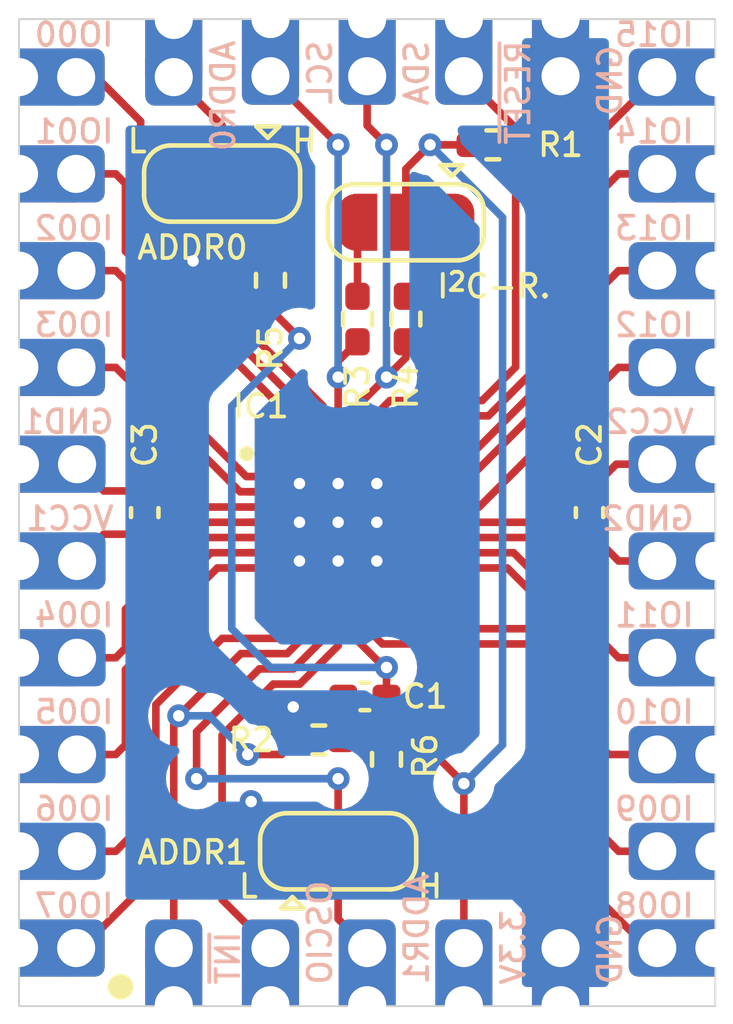
<source format=kicad_pcb>
(kicad_pcb (version 20240108) (generator "pcbnew") (generator_version "8.0")
  (layers (0 "F.Cu" signal) (31 "B.Cu" signal) (34 "B.Paste" user) (35 "F.Paste" user) (36 "B.SilkS" user "B.Silkscreen") (37 "F.SilkS" user "F.Silkscreen") (38 "B.Mask" user) (39 "F.Mask" user) (44 "Edge.Cuts" user))
  (net 0 "")
  (net 1 "/~{INT}")
  (net 2 "/GNDD2")
  (net 3 "/IO14")
  (net 4 "/VCC1")
  (net 5 "/IO4")
  (net 6 "/IO15")
  (net 7 "/GNDD1")
  (net 8 "/IO2")
  (net 9 "/SCL")
  (net 10 "/IO11")
  (net 11 "GNDD")
  (net 12 "/IO1")
  (net 13 "/IO5")
  (net 14 "/VCC2")
  (net 15 "/IO13")
  (net 16 "/IO10")
  (net 17 "/IO8")
  (net 18 "/IO12")
  (net 19 "/ADDR1")
  (net 20 "+3.3V")
  (net 21 "/~{RESET}")
  (net 22 "/IO3")
  (net 23 "/IO6")
  (net 24 "/IO7")
  (net 25 "/IO0")
  (net 26 "/IO9")
  (net 27 "/ADDR0")
  (net 28 "/SDA")
  (net 29 "/OSCIO")
  (net 30 "Net-(JP1-B)")
  (net 31 "Net-(JP1-A)")
  (net 32 "Net-(JP2-A)")
  (net 33 "Net-(JP3-B)")
  (footprint "Castellated_Holes:Castellated_Hole02" (layer "F.Cu") (at 96.52 79.756)
    (property "Reference" "J1" (hide yes))
    (property "Value" "~" (hide yes))
    (pad "1" thru_hole rect (at 0 0) (size 1.5 1.5) (drill 1 (offset 0.75 0)) (property pad_prop_castellated) (layers "*.Cu" "*.Mask") (net 25 "/IO0"))
    (pad "1" thru_hole roundrect (at 1.5 0) (size 1.5 1.5) (drill 1) (property pad_prop_castellated) (layers "*.Cu" "*.Mask") (roundrect_rratio 0.1666666667) (net 25 "/IO0"))
  )
  (footprint "Resistor_SMD:R_0402_1005Metric_Pad0.72x0.64mm_HandSolder" (layer "F.Cu") (at 106.68 86.106 90)
    (property "Reference" "R4" (at -1.778 0 -90) (layer "F.SilkS") (effects (font (size 0.6 0.6) (thickness 0.1) (bold yes))))
    (property "Value" "10k" (hide yes))
    (pad "1" smd roundrect (at -0.5975 0 90) (size 0.715 0.64) (layers "F.Cu" "F.Paste" "F.Mask") (net 28 "/SDA"))
    (pad "2" smd roundrect (at 0.5975 0 90) (size 0.715 0.64) (layers "F.Cu" "F.Paste" "F.Mask") (net 31 "Net-(JP1-A)"))
  )
  (footprint "Resistor_SMD:R_0402_1005Metric_Pad0.72x0.64mm_HandSolder" (layer "F.Cu") (at 105.41 86.106 90)
    (property "Reference" "R3" (at -1.778 0 -90) (layer "F.SilkS") (effects (font (size 0.6 0.6) (thickness 0.1) (bold yes))))
    (property "Value" "10k" (hide yes))
    (pad "1" smd roundrect (at -0.5975 0 90) (size 0.715 0.64) (layers "F.Cu" "F.Paste" "F.Mask") (net 9 "/SCL"))
    (pad "2" smd roundrect (at 0.5975 0 90) (size 0.715 0.64) (layers "F.Cu" "F.Paste" "F.Mask") (net 30 "Net-(JP1-B)"))
  )
  (footprint "Jumper:SolderJumper-3_P1.3mm_Open_RoundedPad1.0x1.5mm" (layer "F.Cu") (at 101.854 82.55 180)
    (property "Reference" "JP2" (hide yes))
    (property "Value" "SolderJumper_3_Open" (hide yes))
    (pad "1" smd custom (at -1.3 0 180) (size 1 0.5) (layers "F.Cu" "F.Mask") (net 32 "Net-(JP2-A)") (options (clearance outline) (anchor rect)) (primitives (gr_circle (center 0 0.25) (end 0.5 0.25) (width 0) (fill yes)) (gr_circle (center 0 -0.25) (end 0.5 -0.25) (width 0) (fill yes)) (gr_poly (pts (xy 0.55 0.75) (xy 0 0.75) (xy 0 -0.75) (xy 0.55 -0.75)) (width 0) (fill yes))))
    (pad "2" smd rect (at 0 0 180) (size 1 1.5) (layers "F.Cu" "F.Mask") (net 27 "/ADDR0"))
    (pad "3" smd custom (at 1.3 0 180) (size 1 0.5) (layers "F.Cu" "F.Mask") (net 11 "GNDD") (options (clearance outline) (anchor rect)) (primitives (gr_circle (center 0 0.25) (end 0.5 0.25) (width 0) (fill yes)) (gr_circle (center 0 -0.25) (end 0.5 -0.25) (width 0) (fill yes)) (gr_poly (pts (xy 0 0.75) (xy -0.55 0.75) (xy -0.55 -0.75) (xy 0 -0.75)) (width 0) (fill yes))))
  )
  (footprint "Castellated_Holes:Castellated_Hole02" (layer "F.Cu") (at 114.784 102.616 180)
    (property "Reference" "J9" (hide yes))
    (property "Value" "~" (hide yes))
    (pad "1" thru_hole rect (at 0 0 180) (size 1.5 1.5) (drill 1 (offset 0.75 0)) (property pad_prop_castellated) (layers "*.Cu" "*.Mask") (net 17 "/IO8"))
    (pad "1" thru_hole roundrect (at 1.5 0 180) (size 1.5 1.5) (drill 1) (property pad_prop_castellated) (layers "*.Cu" "*.Mask") (roundrect_rratio 0.1666666667) (net 17 "/IO8"))
  )
  (footprint "Resistor_SMD:R_0402_1005Metric_Pad0.72x0.64mm_HandSolder" (layer "F.Cu") (at 106.172 97.663 90)
    (property "Reference" "R6" (at 0.0895 1.016 -90) (layer "F.SilkS") (effects (font (size 0.6 0.6) (thickness 0.1) (bold yes))))
    (property "Value" "10k" (hide yes))
    (pad "1" smd roundrect (at -0.5975 0 90) (size 0.715 0.64) (layers "F.Cu" "F.Paste" "F.Mask") (net 33 "Net-(JP3-B)"))
    (pad "2" smd roundrect (at 0.5975 0 90) (size 0.715 0.64) (layers "F.Cu" "F.Paste" "F.Mask") (net 20 "+3.3V"))
  )
  (footprint "Castellated_Holes:Castellated_Hole02" (layer "F.Cu") (at 114.784 87.376 180)
    (property "Reference" "J13" (hide yes))
    (property "Value" "~" (hide yes))
    (pad "1" thru_hole rect (at 0 0 180) (size 1.5 1.5) (drill 1 (offset 0.75 0)) (property pad_prop_castellated) (layers "*.Cu" "*.Mask") (net 18 "/IO12"))
    (pad "1" thru_hole roundrect (at 1.5 0 180) (size 1.5 1.5) (drill 1) (property pad_prop_castellated) (layers "*.Cu" "*.Mask") (roundrect_rratio 0.1666666667) (net 18 "/IO12"))
  )
  (footprint "Castellated_Holes:Castellated_Hole02" (layer "F.Cu") (at 96.544 92.456)
    (property "Reference" "J17" (hide yes))
    (property "Value" "~" (hide yes))
    (pad "1" thru_hole rect (at 0 0) (size 1.5 1.5) (drill 1 (offset 0.75 0)) (property pad_prop_castellated) (layers "*.Cu" "*.Mask") (net 4 "/VCC1"))
    (pad "1" thru_hole roundrect (at 1.5 0) (size 1.5 1.5) (drill 1) (property pad_prop_castellated) (layers "*.Cu" "*.Mask") (roundrect_rratio 0.1666666667) (net 4 "/VCC1"))
  )
  (footprint "Castellated_Holes:Castellated_Hole02" (layer "F.Cu") (at 114.784 94.996 180)
    (property "Reference" "J12" (hide yes))
    (property "Value" "~" (hide yes))
    (pad "1" thru_hole rect (at 0 0 180) (size 1.5 1.5) (drill 1 (offset 0.75 0)) (property pad_prop_castellated) (layers "*.Cu" "*.Mask") (net 10 "/IO11"))
    (pad "1" thru_hole roundrect (at 1.5 0 180) (size 1.5 1.5) (drill 1) (property pad_prop_castellated) (layers "*.Cu" "*.Mask") (roundrect_rratio 0.1666666667) (net 10 "/IO11"))
  )
  (footprint "Castellated_Holes:Castellated_Hole02" (layer "F.Cu") (at 114.784 97.536 180)
    (property "Reference" "J11" (hide yes))
    (property "Value" "~" (hide yes))
    (pad "1" thru_hole rect (at 0 0 180) (size 1.5 1.5) (drill 1 (offset 0.75 0)) (property pad_prop_castellated) (layers "*.Cu" "*.Mask") (net 16 "/IO10"))
    (pad "1" thru_hole roundrect (at 1.5 0 180) (size 1.5 1.5) (drill 1) (property pad_prop_castellated) (layers "*.Cu" "*.Mask") (roundrect_rratio 0.1666666667) (net 16 "/IO10"))
  )
  (footprint "Castellated_Holes:Castellated_Hole02" (layer "F.Cu") (at 96.544 94.996)
    (property "Reference" "J5" (hide yes))
    (property "Value" "~" (hide yes))
    (pad "1" thru_hole rect (at 0 0) (size 1.5 1.5) (drill 1 (offset 0.75 0)) (property pad_prop_castellated) (layers "*.Cu" "*.Mask") (net 5 "/IO4"))
    (pad "1" thru_hole roundrect (at 1.5 0) (size 1.5 1.5) (drill 1) (property pad_prop_castellated) (layers "*.Cu" "*.Mask") (roundrect_rratio 0.1666666667) (net 5 "/IO4"))
  )
  (footprint "Castellated_Holes:Castellated_Hole02" (layer "F.Cu") (at 110.744 78.232 -90)
    (property "Reference" "J30" (hide yes))
    (property "Value" "~" (hide yes))
    (pad "1" thru_hole rect (at 0 0 270) (size 1.5 1.5) (drill 1 (offset 0.75 0)) (property pad_prop_castellated) (layers "*.Cu" "*.Mask") (net 11 "GNDD"))
    (pad "1" thru_hole roundrect (at 1.5 0 270) (size 1.5 1.5) (drill 1) (property pad_prop_castellated) (layers "*.Cu" "*.Mask") (roundrect_rratio 0.1666666667) (net 11 "GNDD"))
  )
  (footprint "Castellated_Holes:Castellated_Hole02" (layer "F.Cu") (at 108.204 104.116 90)
    (property "Reference" "J21" (hide yes))
    (property "Value" "~" (hide yes))
    (pad "1" thru_hole rect (at 0 0 90) (size 1.5 1.5) (drill 1 (offset 0.75 0)) (property pad_prop_castellated) (layers "*.Cu" "*.Mask") (net 20 "+3.3V"))
    (pad "1" thru_hole roundrect (at 1.5 0 90) (size 1.5 1.5) (drill 1) (property pad_prop_castellated) (layers "*.Cu" "*.Mask") (roundrect_rratio 0.1666666667) (net 20 "+3.3V"))
  )
  (footprint "Castellated_Holes:Castellated_Hole02" (layer "F.Cu") (at 96.544 100.076)
    (property "Reference" "J7" (hide yes))
    (property "Value" "~" (hide yes))
    (pad "1" thru_hole rect (at 0 0) (size 1.5 1.5) (drill 1 (offset 0.75 0)) (property pad_prop_castellated) (layers "*.Cu" "*.Mask") (net 23 "/IO6"))
    (pad "1" thru_hole roundrect (at 1.5 0) (size 1.5 1.5) (drill 1) (property pad_prop_castellated) (layers "*.Cu" "*.Mask") (roundrect_rratio 0.1666666667) (net 23 "/IO6"))
  )
  (footprint "Castellated_Holes:Castellated_Hole02" (layer "F.Cu") (at 114.784 82.296 180)
    (property "Reference" "J15" (hide yes))
    (property "Value" "~" (hide yes))
    (pad "1" thru_hole rect (at 0 0 180) (size 1.5 1.5) (drill 1 (offset 0.75 0)) (property pad_prop_castellated) (layers "*.Cu" "*.Mask") (net 3 "/IO14"))
    (pad "1" thru_hole roundrect (at 1.5 0 180) (size 1.5 1.5) (drill 1) (property pad_prop_castellated) (layers "*.Cu" "*.Mask") (roundrect_rratio 0.1666666667) (net 3 "/IO14"))
  )
  (footprint "Castellated_Holes:Castellated_Hole02" (layer "F.Cu") (at 96.544 89.916)
    (property "Reference" "J18" (hide yes))
    (property "Value" "~" (hide yes))
    (pad "1" thru_hole rect (at 0 0) (size 1.5 1.5) (drill 1 (offset 0.75 0)) (property pad_prop_castellated) (layers "*.Cu" "*.Mask") (net 7 "/GNDD1"))
    (pad "1" thru_hole roundrect (at 1.5 0) (size 1.5 1.5) (drill 1) (property pad_prop_castellated) (layers "*.Cu" "*.Mask") (roundrect_rratio 0.1666666667) (net 7 "/GNDD1"))
  )
  (footprint "Castellated_Holes:Castellated_Hole02" (layer "F.Cu") (at 105.664 104.116 90)
    (property "Reference" "J24" (hide yes))
    (property "Value" "~" (hide yes))
    (pad "1" thru_hole rect (at 0 0 90) (size 1.5 1.5) (drill 1 (offset 0.75 0)) (property pad_prop_castellated) (layers "*.Cu" "*.Mask") (net 19 "/ADDR1"))
    (pad "1" thru_hole roundrect (at 1.5 0 90) (size 1.5 1.5) (drill 1) (property pad_prop_castellated) (layers "*.Cu" "*.Mask") (roundrect_rratio 0.1666666667) (net 19 "/ADDR1"))
  )
  (footprint "Castellated_Holes:Castellated_Hole02" (layer "F.Cu") (at 108.204 78.232 -90)
    (property "Reference" "J26" (hide yes))
    (property "Value" "~" (hide yes))
    (pad "1" thru_hole rect (at 0 0 270) (size 1.5 1.5) (drill 1 (offset 0.75 0)) (property pad_prop_castellated) (layers "*.Cu" "*.Mask") (net 21 "/~{RESET}"))
    (pad "1" thru_hole roundrect (at 1.5 0 270) (size 1.5 1.5) (drill 1) (property pad_prop_castellated) (layers "*.Cu" "*.Mask") (roundrect_rratio 0.1666666667) (net 21 "/~{RESET}"))
  )
  (footprint "Castellated_Holes:Castellated_Hole02" (layer "F.Cu") (at 110.744 104.116 90)
    (property "Reference" "J22" (hide yes))
    (property "Value" "~" (hide yes))
    (pad "1" thru_hole rect (at 0 0 90) (size 1.5 1.5) (drill 1 (offset 0.75 0)) (property pad_prop_castellated) (layers "*.Cu" "*.Mask") (net 11 "GNDD"))
    (pad "1" thru_hole roundrect (at 1.5 0 90) (size 1.5 1.5) (drill 1) (property pad_prop_castellated) (layers "*.Cu" "*.Mask") (roundrect_rratio 0.1666666667) (net 11 "GNDD"))
  )
  (footprint "library:QFN40P400X400X60-29N-D" (layer "F.Cu") (at 104.902 91.44)
    (property "Reference" "IC1" (at -2.032 -3.048 0) (layer "F.SilkS") (effects (font (size 0.6 0.6) (thickness 0.1) (bold yes))))
    (property "Value" "SX1509QBIULTRT" (hide yes))
    (pad "1" smd rect (at -2 -1.2 90) (size 0.2 0.8) (layers "F.Cu" "F.Paste" "F.Mask") (net 8 "/IO2"))
    (pad "2" smd rect (at -2 -0.8 90) (size 0.2 0.8) (layers "F.Cu" "F.Paste" "F.Mask") (net 22 "/IO3"))
    (pad "3" smd rect (at -2 -0.4 90) (size 0.2 0.8) (layers "F.Cu" "F.Paste" "F.Mask") (net 7 "/GNDD1"))
    (pad "4" smd rect (at -2 0 90) (size 0.2 0.8) (layers "F.Cu" "F.Paste" "F.Mask") (net 4 "/VCC1"))
    (pad "5" smd rect (at -2 0.4 90) (size 0.2 0.8) (layers "F.Cu" "F.Paste" "F.Mask") (net 5 "/IO4"))
    (pad "6" smd rect (at -2 0.8 90) (size 0.2 0.8) (layers "F.Cu" "F.Paste" "F.Mask") (net 13 "/IO5"))
    (pad "7" smd rect (at -2 1.2 90) (size 0.2 0.8) (layers "F.Cu" "F.Paste" "F.Mask") (net 23 "/IO6"))
    (pad "8" smd rect (at -1.2 2) (size 0.2 0.8) (layers "F.Cu" "F.Paste" "F.Mask") (net 24 "/IO7"))
    (pad "9" smd rect (at -0.8 2) (size 0.2 0.8) (layers "F.Cu" "F.Paste" "F.Mask") (net 1 "/~{INT}"))
    (pad "10" smd rect (at -0.4 2) (size 0.2 0.8) (layers "F.Cu" "F.Paste" "F.Mask") (net 19 "/ADDR1"))
    (pad "11" smd rect (at 0 2) (size 0.2 0.8) (layers "F.Cu" "F.Paste" "F.Mask") (net 29 "/OSCIO"))
    (pad "12" smd rect (at 0.4 2) (size 0.2 0.8) (layers "F.Cu" "F.Paste" "F.Mask") (net 20 "+3.3V"))
    (pad "13" smd rect (at 0.8 2) (size 0.2 0.8) (layers "F.Cu" "F.Paste" "F.Mask") (net 17 "/IO8"))
    (pad "14" smd rect (at 1.2 2) (size 0.2 0.8) (layers "F.Cu" "F.Paste" "F.Mask") (net 26 "/IO9"))
    (pad "15" smd rect (at 2 1.2 90) (size 0.2 0.8) (layers "F.Cu" "F.Paste" "F.Mask") (net 16 "/IO10"))
    (pad "16" smd rect (at 2 0.8 90) (size 0.2 0.8) (layers "F.Cu" "F.Paste" "F.Mask") (net 10 "/IO11"))
    (pad "17" smd rect (at 2 0.4 90) (size 0.2 0.8) (layers "F.Cu" "F.Paste" "F.Mask") (net 2 "/GNDD2"))
    (pad "18" smd rect (at 2 0 90) (size 0.2 0.8) (layers "F.Cu" "F.Paste" "F.Mask") (net 14 "/VCC2"))
    (pad "19" smd rect (at 2 -0.4 90) (size 0.2 0.8) (layers "F.Cu" "F.Paste" "F.Mask") (net 18 "/IO12"))
    (pad "20" smd rect (at 2 -0.8 90) (size 0.2 0.8) (layers "F.Cu" "F.Paste" "F.Mask") (net 15 "/IO13"))
    (pad "21" smd rect (at 2 -1.2 90) (size 0.2 0.8) (layers "F.Cu" "F.Paste" "F.Mask") (net 3 "/IO14"))
    (pad "22" smd rect (at 1.2 -2) (size 0.2 0.8) (layers "F.Cu" "F.Paste" "F.Mask") (net 6 "/IO15"))
    (pad "23" smd rect (at 0.8 -2) (size 0.2 0.8) (layers "F.Cu" "F.Paste" "F.Mask") (net 21 "/~{RESET}"))
    (pad "24" smd rect (at 0.4 -2) (size 0.2 0.8) (layers "F.Cu" "F.Paste" "F.Mask") (net 28 "/SDA"))
    (pad "25" smd rect (at 0 -2) (size 0.2 0.8) (layers "F.Cu" "F.Paste" "F.Mask") (net 9 "/SCL"))
    (pad "26" smd rect (at -0.4 -2) (size 0.2 0.8) (layers "F.Cu" "F.Paste" "F.Mask") (net 27 "/ADDR0"))
    (pad "27" smd rect (at -0.8 -2) (size 0.2 0.8) (layers "F.Cu" "F.Paste" "F.Mask") (net 25 "/IO0"))
    (pad "28" smd rect (at -1.2 -2) (size 0.2 0.8) (layers "F.Cu" "F.Paste" "F.Mask") (net 12 "/IO1"))
    (pad "29" smd rect (at 0 0) (size 2.75 2.75) (layers "F.Cu" "F.Paste" "F.Mask") (net 11 "GNDD"))
  )
  (footprint "Castellated_Holes:Castellated_Hole02" (layer "F.Cu") (at 96.528 87.376)
    (property "Reference" "J4" (hide yes))
    (property "Value" "~" (hide yes))
    (pad "1" thru_hole rect (at 0 0) (size 1.5 1.5) (drill 1 (offset 0.75 0)) (property pad_prop_castellated) (layers "*.Cu" "*.Mask") (net 22 "/IO3"))
    (pad "1" thru_hole roundrect (at 1.5 0) (size 1.5 1.5) (drill 1) (property pad_prop_castellated) (layers "*.Cu" "*.Mask") (roundrect_rratio 0.1666666667) (net 22 "/IO3"))
  )
  (footprint "Capacitor_SMD:C_0402_1005Metric_Pad0.74x0.62mm_HandSolder" (layer "F.Cu") (at 99.822 91.186 90)
    (property "Reference" "C3" (at 1.778 0 -90) (layer "F.SilkS") (effects (font (size 0.6 0.6) (thickness 0.1) (bold yes))))
    (property "Value" "0.1uF" (hide yes))
    (pad "1" smd roundrect (at -0.5675 0 90) (size 0.735 0.62) (layers "F.Cu" "F.Paste" "F.Mask") (net 4 "/VCC1"))
    (pad "2" smd roundrect (at 0.5675 0 90) (size 0.735 0.62) (layers "F.Cu" "F.Paste" "F.Mask") (net 7 "/GNDD1"))
  )
  (footprint "Capacitor_SMD:C_0402_1005Metric_Pad0.74x0.62mm_HandSolder" (layer "F.Cu") (at 111.506 91.186 -90)
    (property "Reference" "C2" (at -1.778 0 90) (layer "F.SilkS") (effects (font (size 0.6 0.6) (thickness 0.1) (bold yes))))
    (property "Value" "0.1uF" (hide yes))
    (pad "1" smd roundrect (at -0.5675 0 270) (size 0.735 0.62) (layers "F.Cu" "F.Paste" "F.Mask") (net 14 "/VCC2"))
    (pad "2" smd roundrect (at 0.5675 0 270) (size 0.735 0.62) (layers "F.Cu" "F.Paste" "F.Mask") (net 2 "/GNDD2"))
  )
  (footprint "Resistor_SMD:R_0402_1005Metric_Pad0.72x0.64mm_HandSolder" (layer "F.Cu") (at 103.124 85.09 -90)
    (property "Reference" "R5" (at 1.778 0 90) (layer "F.SilkS") (effects (font (size 0.6 0.6) (thickness 0.1) (bold yes))))
    (property "Value" "10k" (hide yes))
    (pad "1" smd roundrect (at -0.5975 0 270) (size 0.715 0.64) (layers "F.Cu" "F.Paste" "F.Mask") (net 32 "Net-(JP2-A)"))
    (pad "2" smd roundrect (at 0.5975 0 270) (size 0.715 0.64) (layers "F.Cu" "F.Paste" "F.Mask") (net 20 "+3.3V"))
  )
  (footprint "Resistor_SMD:R_0402_1005Metric_Pad0.72x0.64mm_HandSolder" (layer "F.Cu") (at 108.966 81.534 180)
    (property "Reference" "R1" (at -1.778 0 180) (layer "F.SilkS") (effects (font (size 0.6 0.6) (thickness 0.1) (bold yes))))
    (property "Value" "10k" (hide yes))
    (pad "1" smd roundrect (at -0.5975 0 180) (size 0.715 0.64) (layers "F.Cu" "F.Paste" "F.Mask") (net 21 "/~{RESET}"))
    (pad "2" smd roundrect (at 0.5975 0 180) (size 0.715 0.64) (layers "F.Cu" "F.Paste" "F.Mask") (net 20 "+3.3V"))
  )
  (footprint "Capacitor_SMD:C_0402_1005Metric_Pad0.74x0.62mm_HandSolder" (layer "F.Cu") (at 105.6045 96.012 180)
    (property "Reference" "C1" (at -1.5835 0 180) (layer "F.SilkS") (effects (font (size 0.6 0.6) (thickness 0.1) (bold yes))))
    (property "Value" "0.1uF" (hide yes))
    (pad "1" smd roundrect (at -0.5675 0 180) (size 0.735 0.62) (layers "F.Cu" "F.Paste" "F.Mask") (net 20 "+3.3V"))
    (pad "2" smd roundrect (at 0.5675 0 180) (size 0.735 0.62) (layers "F.Cu" "F.Paste" "F.Mask") (net 11 "GNDD"))
  )
  (footprint "Castellated_Holes:Castellated_Hole02" (layer "F.Cu") (at 114.784 89.916 180)
    (property "Reference" "J19" (hide yes))
    (property "Value" "~" (hide yes))
    (pad "1" thru_hole rect (at 0 0 180) (size 1.5 1.5) (drill 1 (offset 0.75 0)) (property pad_prop_castellated) (layers "*.Cu" "*.Mask") (net 14 "/VCC2"))
    (pad "1" thru_hole roundrect (at 1.5 0 180) (size 1.5 1.5) (drill 1) (property pad_prop_castellated) (layers "*.Cu" "*.Mask") (roundrect_rratio 0.1666666667) (net 14 "/VCC2"))
  )
  (footprint "Castellated_Holes:Castellated_Hole02" (layer "F.Cu") (at 114.784 79.756 180)
    (property "Reference" "J16" (hide yes))
    (property "Value" "~" (hide yes))
    (pad "1" thru_hole rect (at 0 0 180) (size 1.5 1.5) (drill 1 (offset 0.75 0)) (property pad_prop_castellated) (layers "*.Cu" "*.Mask") (net 6 "/IO15"))
    (pad "1" thru_hole roundrect (at 1.5 0 180) (size 1.5 1.5) (drill 1) (property pad_prop_castellated) (layers "*.Cu" "*.Mask") (roundrect_rratio 0.1666666667) (net 6 "/IO15"))
  )
  (footprint "Castellated_Holes:Castellated_Hole02" (layer "F.Cu") (at 114.784 84.836 180)
    (property "Reference" "J14" (hide yes))
    (property "Value" "~" (hide yes))
    (pad "1" thru_hole rect (at 0 0 180) (size 1.5 1.5) (drill 1 (offset 0.75 0)) (property pad_prop_castellated) (layers "*.Cu" "*.Mask") (net 15 "/IO13"))
    (pad "1" thru_hole roundrect (at 1.5 0 180) (size 1.5 1.5) (drill 1) (property pad_prop_castellated) (layers "*.Cu" "*.Mask") (roundrect_rratio 0.1666666667) (net 15 "/IO13"))
  )
  (footprint "Castellated_Holes:Castellated_Hole02" (layer "F.Cu") (at 105.664 78.232 -90)
    (property "Reference" "J29" (hide yes))
    (property "Value" "~" (hide yes))
    (pad "1" thru_hole rect (at 0 0 270) (size 1.5 1.5) (drill 1 (offset 0.75 0)) (property pad_prop_castellated) (layers "*.Cu" "*.Mask") (net 28 "/SDA"))
    (pad "1" thru_hole roundrect (at 1.5 0 270) (size 1.5 1.5) (drill 1) (property pad_prop_castellated) (layers "*.Cu" "*.Mask") (roundrect_rratio 0.1666666667) (net 28 "/SDA"))
  )
  (footprint "Castellated_Holes:Castellated_Hole02" (layer "F.Cu") (at 103.124 78.232 -90)
    (property "Reference" "J28" (hide yes))
    (property "Value" "~" (hide yes))
    (pad "1" thru_hole rect (at 0 0 270) (size 1.5 1.5) (drill 1 (offset 0.75 0)) (property pad_prop_castellated) (layers "*.Cu" "*.Mask") (net 9 "/SCL"))
    (pad "1" thru_hole roundrect (at 1.5 0 270) (size 1.5 1.5) (drill 1) (property pad_prop_castellated) (layers "*.Cu" "*.Mask") (roundrect_rratio 0.1666666667) (net 9 "/SCL"))
  )
  (footprint "Castellated_Holes:Castellated_Hole02" (layer "F.Cu") (at 96.52 102.616)
    (property "Reference" "J8" (hide yes))
    (property "Value" "~" (hide yes))
    (pad "1" thru_hole rect (at 0 0) (size 1.5 1.5) (drill 1 (offset 0.75 0)) (property pad_prop_castellated) (layers "*.Cu" "*.Mask") (net 24 "/IO7"))
    (pad "1" thru_hole roundrect (at 1.5 0) (size 1.5 1.5) (drill 1) (property pad_prop_castellated) (layers "*.Cu" "*.Mask") (roundrect_rratio 0.1666666667) (net 24 "/IO7"))
  )
  (footprint "Castellated_Holes:Castellated_Hole02" (layer "F.Cu") (at 96.52 82.296)
    (property "Reference" "J2" (hide yes))
    (property "Value" "~" (hide yes))
    (pad "1" thru_hole rect (at 0 0) (size 1.5 1.5) (drill 1 (offset 0.75 0)) (property pad_prop_castellated) (layers "*.Cu" "*.Mask") (net 12 "/IO1"))
    (pad "1" thru_hole roundrect (at 1.5 0) (size 1.5 1.5) (drill 1) (property pad_prop_castellated) (layers "*.Cu" "*.Mask") (roundrect_rratio 0.1666666667) (net 12 "/IO1"))
  )
  (footprint "Castellated_Holes:Castellated_Hole02" (layer "F.Cu") (at 114.784 92.456 180)
    (property "Reference" "J20" (hide yes))
    (property "Value" "~" (hide yes))
    (pad "1" thru_hole rect (at 0 0 180) (size 1.5 1.5) (drill 1 (offset 0.75 0)) (property pad_prop_castellated) (layers "*.Cu" "*.Mask") (net 2 "/GNDD2"))
    (pad "1" thru_hole roundrect (at 1.5 0 180) (size 1.5 1.5) (drill 1) (property pad_prop_castellated) (layers "*.Cu" "*.Mask") (roundrect_rratio 0.1666666667) (net 2 "/GNDD2"))
  )
  (footprint "Jumper:SolderJumper-3_P1.3mm_Open_RoundedPad1.0x1.5mm" (layer "F.Cu") (at 106.68 83.566 180)
    (property "Reference" "JP1" (hide yes))
    (property "Value" "SolderJumper_3_Open" (hide yes))
    (pad "1" smd custom (at -1.3 0 180) (size 1 0.5) (layers "F.Cu" "F.Mask") (net 31 "Net-(JP1-A)") (options (clearance outline) (anchor rect)) (primitives (gr_circle (center 0 0.25) (end 0.5 0.25) (width 0) (fill yes)) (gr_circle (center 0 -0.25) (end 0.5 -0.25) (width 0) (fill yes)) (gr_poly (pts (xy 0.55 0.75) (xy 0 0.75) (xy 0 -0.75) (xy 0.55 -0.75)) (width 0) (fill yes))))
    (pad "2" smd rect (at 0 0 180) (size 1 1.5) (layers "F.Cu" "F.Mask") (net 20 "+3.3V"))
    (pad "3" smd custom (at 1.3 0 180) (size 1 0.5) (layers "F.Cu" "F.Mask") (net 30 "Net-(JP1-B)") (options (clearance outline) (anchor rect)) (primitives (gr_circle (center 0 0.25) (end 0.5 0.25) (width 0) (fill yes)) (gr_circle (center 0 -0.25) (end 0.5 -0.25) (width 0) (fill yes)) (gr_poly (pts (xy 0 0.75) (xy -0.55 0.75) (xy -0.55 -0.75) (xy 0 -0.75)) (width 0) (fill yes))))
  )
  (footprint "Castellated_Holes:Castellated_Hole02" (layer "F.Cu") (at 100.584 104.116 90)
    (property "Reference" "J25" (hide yes))
    (property "Value" "~" (hide yes))
    (pad "1" thru_hole rect (at 0 0 90) (size 1.5 1.5) (drill 1 (offset 0.75 0)) (property pad_prop_castellated) (layers "*.Cu" "*.Mask") (net 1 "/~{INT}"))
    (pad "1" thru_hole roundrect (at 1.5 0 90) (size 1.5 1.5) (drill 1) (property pad_prop_castellated) (layers "*.Cu" "*.Mask") (roundrect_rratio 0.1666666667) (net 1 "/~{INT}"))
  )
  (footprint "Resistor_SMD:R_0402_1005Metric_Pad0.72x0.64mm_HandSolder" (layer "F.Cu") (at 104.394 97.155)
    (property "Reference" "R2" (at -1.778 0 0) (layer "F.SilkS") (effects (font (size 0.6 0.6) (thickness 0.1) (bold yes))))
    (property "Value" "10k" (hide yes))
    (pad "1" smd roundrect (at -0.5975 0) (size 0.715 0.64) (layers "F.Cu" "F.Paste" "F.Mask") (net 1 "/~{INT}"))
    (pad "2" smd roundrect (at 0.5975 0) (size 0.715 0.64) (layers "F.Cu" "F.Paste" "F.Mask") (net 20 "+3.3V"))
  )
  (footprint "Castellated_Holes:Castellated_Hole02" (layer "F.Cu") (at 96.544 97.536)
    (property "Reference" "J6" (hide yes))
    (property "Value" "~" (hide yes))
    (pad "1" thru_hole rect (at 0 0) (size 1.5 1.5) (drill 1 (offset 0.75 0)) (property pad_prop_castellated) (layers "*.Cu" "*.Mask") (net 13 "/IO5"))
    (pad "1" thru_hole roundrect (at 1.5 0) (size 1.5 1.5) (drill 1) (property pad_prop_castellated) (layers "*.Cu" "*.Mask") (roundrect_rratio 0.1666666667) (net 13 "/IO5"))
  )
  (footprint "Castellated_Holes:Castellated_Hole02" (layer "F.Cu") (at 114.784 100.076 180)
    (property "Reference" "J10" (hide yes))
    (property "Value" "~" (hide yes))
    (pad "1" thru_hole rect (at 0 0 180) (size 1.5 1.5) (drill 1 (offset 0.75 0)) (property pad_prop_castellated) (layers "*.Cu" "*.Mask") (net 26 "/IO9"))
    (pad "1" thru_hole roundrect (at 1.5 0 180) (size 1.5 1.5) (drill 1) (property pad_prop_castellated) (layers "*.Cu" "*.Mask") (roundrect_rratio 0.1666666667) (net 26 "/IO9"))
  )
  (footprint "Castellated_Holes:Castellated_Hole02" (layer "F.Cu") (at 96.528 84.836)
    (property "Reference" "J3" (hide yes))
    (property "Value" "~" (hide yes))
    (pad "1" thru_hole rect (at 0 0) (size 1.5 1.5) (drill 1 (offset 0.75 0)) (property pad_prop_castellated) (layers "*.Cu" "*.Mask") (net 8 "/IO2"))
    (pad "1" thru_hole roundrect (at 1.5 0) (size 1.5 1.5) (drill 1) (property pad_prop_castellated) (layers "*.Cu" "*.Mask") (roundrect_rratio 0.1666666667) (net 8 "/IO2"))
  )
  (footprint "Castellated_Holes:Castellated_Hole02" (layer "F.Cu") (at 100.584 78.256 -90)
    (property "Reference" "J23" (hide yes))
    (property "Value" "~" (hide yes))
    (pad "1" thru_hole rect (at 0 0 270) (size 1.5 1.5) (drill 1 (offset 0.75 0)) (property pad_prop_castellated) (layers "*.Cu" "*.Mask") (net 27 "/ADDR0"))
    (pad "1" thru_hole roundrect (at 1.5 0 270) (size 1.5 1.5) (drill 1) (property pad_prop_castellated) (layers "*.Cu" "*.Mask") (roundrect_rratio 0.1666666667) (net 27 "/ADDR0"))
  )
  (footprint "Castellated_Holes:Castellated_Hole02" (layer "F.Cu") (at 103.124 104.116 90)
    (property "Reference" "J27" (hide yes))
    (property "Value" "~" (hide yes))
    (pad "1" thru_hole rect (at 0 0 90) (size 1.5 1.5) (drill 1 (offset 0.75 0)) (property pad_prop_castellated) (layers "*.Cu" "*.Mask") (net 29 "/OSCIO"))
    (pad "1" thru_hole roundrect (at 1.5 0 90) (size 1.5 1.5) (drill 1) (property pad_prop_castellated) (layers "*.Cu" "*.Mask") (roundrect_rratio 0.1666666667) (net 29 "/OSCIO"))
  )
  (footprint "Jumper:SolderJumper-3_P1.3mm_Open_RoundedPad1.0x1.5mm" (layer "F.Cu") (at 104.902 100.076)
    (property "Reference" "JP3" (hide yes))
    (property "Value" "SolderJumper_3_Open" (hide yes))
    (pad "1" smd custom (at -1.3 0) (size 1 0.5) (layers "F.Cu" "F.Mask") (net 11 "GNDD") (options (clearance outline) (anchor rect)) (primitives (gr_circle (center 0 0.25) (end 0.5 0.25) (width 0) (fill yes)) (gr_circle (center 0 -0.25) (end 0.5 -0.25) (width 0) (fill yes)) (gr_poly (pts (xy 0.55 0.75) (xy 0 0.75) (xy 0 -0.75) (xy 0.55 -0.75)) (width 0) (fill yes))))
    (pad "2" smd rect (at 0 0) (size 1 1.5) (layers "F.Cu" "F.Mask") (net 19 "/ADDR1"))
    (pad "3" smd custom (at 1.3 0) (size 1 0.5) (layers "F.Cu" "F.Mask") (net 33 "Net-(JP3-B)") (options (clearance outline) (anchor rect)) (primitives (gr_circle (center 0 0.25) (end 0.5 0.25) (width 0) (fill yes)) (gr_circle (center 0 -0.25) (end 0.5 -0.25) (width 0) (fill yes)) (gr_poly (pts (xy 0 0.75) (xy -0.55 0.75) (xy -0.55 -0.75) (xy 0 -0.75)) (width 0) (fill yes))))
  )
  (gr_circle (center 99.187 103.632) (end 99.470981 103.632) (stroke (width 0.1)) (fill solid) (layer "F.SilkS"))
  (gr_line (start 96.52 104.14) (end 114.808 104.14) (stroke (width 0.05)) (layer "Edge.Cuts"))
  (gr_line (start 114.808 104.14) (end 114.808 78.232) (stroke (width 0.05)) (layer "Edge.Cuts"))
  (gr_line (start 114.808 78.232) (end 96.52 78.232) (stroke (width 0.05)) (layer "Edge.Cuts"))
  (gr_line (start 96.52 78.232) (end 96.52 104.14) (stroke (width 0.05)) (layer "Edge.Cuts"))
  (gr_text "IO04" (at 99.06 94.234 0) (layer "B.SilkS") (effects (font (size 0.6 0.6) (thickness 0.1)) (justify left bottom mirror)))
  (gr_text "~{INT}" (at 102.362 103.632 90) (layer "B.SilkS") (effects (font (size 0.6 0.6) (thickness 0.1)) (justify right bottom mirror)))
  (gr_text "IO08" (at 114.3 101.854 0) (layer "B.SilkS") (effects (font (size 0.6 0.6) (thickness 0.1)) (justify left bottom mirror)))
  (gr_text "IO07" (at 99.06 101.854 0) (layer "B.SilkS") (effects (font (size 0.6 0.6) (thickness 0.1)) (justify left bottom mirror)))
  (gr_text "GND1" (at 99.06 89.154 0) (layer "B.SilkS") (effects (font (size 0.6 0.6) (thickness 0.1)) (justify left bottom mirror)))
  (gr_text "IO01" (at 99.06 81.534 0) (layer "B.SilkS") (effects (font (size 0.6 0.6) (thickness 0.1)) (justify left bottom mirror)))
  (gr_text "IO12" (at 114.3 86.614 0) (layer "B.SilkS") (effects (font (size 0.6 0.6) (thickness 0.1)) (justify left bottom mirror)))
  (gr_text "GND" (at 112.395 78.867 90) (layer "B.SilkS") (effects (font (size 0.6 0.6) (thickness 0.1)) (justify left bottom mirror)))
  (gr_text "IO00" (at 99.06 78.994 0) (layer "B.SilkS") (effects (font (size 0.6 0.6) (thickness 0.1)) (justify left bottom mirror)))
  (gr_text "IO10" (at 114.3 96.774 0) (layer "B.SilkS") (effects (font (size 0.6 0.6) (thickness 0.1)) (justify left bottom mirror)))
  (gr_text "3.3V" (at 109.855 103.632 90) (layer "B.SilkS") (effects (font (size 0.6 0.6) (thickness 0.1)) (justify right bottom mirror)))
  (gr_text "IO09" (at 114.3 99.314 0) (layer "B.SilkS") (effects (font (size 0.6 0.6) (thickness 0.1)) (justify left bottom mirror)))
  (gr_text "SDA" (at 107.315 78.74 90) (layer "B.SilkS") (effects (font (size 0.6 0.6) (thickness 0.1)) (justify left bottom mirror)))
  (gr_text "IO15" (at 114.3 78.994 0) (layer "B.SilkS") (effects (font (size 0.6 0.6) (thickness 0.1)) (justify left bottom mirror)))
  (gr_text "VCC1" (at 99.06 91.694 0) (layer "B.SilkS") (effects (font (size 0.6 0.6) (thickness 0.1)) (justify left bottom mirror)))
  (gr_text "IO13" (at 114.3 84.074 0) (layer "B.SilkS") (effects (font (size 0.6 0.6) (thickness 0.1)) (justify left bottom mirror)))
  (gr_text "IO14" (at 114.3 81.534 0) (layer "B.SilkS") (effects (font (size 0.6 0.6) (thickness 0.1)) (justify left bottom mirror)))
  (gr_text "IO11" (at 114.3 94.234 0) (layer "B.SilkS") (effects (font (size 0.6 0.6) (thickness 0.1)) (justify left bottom mirror)))
  (gr_text "VCC2" (at 114.3 89.154 0) (layer "B.SilkS") (effects (font (size 0.6 0.6) (thickness 0.1)) (justify left bottom mirror)))
  (gr_text "IO06" (at 99.06 99.314 0) (layer "B.SilkS") (effects (font (size 0.6 0.6) (thickness 0.1)) (justify left bottom mirror)))
  (gr_text "ADDR0" (at 102.235 78.74 90) (layer "B.SilkS") (effects (font (size 0.6 0.6) (thickness 0.1)) (justify left bottom mirror)))
  (gr_text "SCL" (at 104.775 78.74 90) (layer "B.SilkS") (effects (font (size 0.6 0.6) (thickness 0.1)) (justify left bottom mirror)))
  (gr_text "GND2" (at 114.3 91.694 0) (layer "B.SilkS") (effects (font (size 0.6 0.6) (thickness 0.1)) (justify left bottom mirror)))
  (gr_text "IO03" (at 99.06 86.614 0) (layer "B.SilkS") (effects (font (size 0.6 0.6) (thickness 0.1)) (justify left bottom mirror)))
  (gr_text "~{RESET}" (at 109.982 78.74 90) (layer "B.SilkS") (effects (font (size 0.6 0.6) (thickness 0.1)) (justify left bottom mirror)))
  (gr_text "IO02" (at 99.06 84.074 0) (layer "B.SilkS") (effects (font (size 0.6 0.6) (thickness 0.1)) (justify left bottom mirror)))
  (gr_text "OSCIO" (at 104.775 103.632 90) (layer "B.SilkS") (effects (font (size 0.6 0.6) (thickness 0.1)) (justify right bottom mirror)))
  (gr_text "ADDR1" (at 107.315 103.632 90) (layer "B.SilkS") (effects (font (size 0.6 0.6) (thickness 0.1)) (justify right bottom mirror)))
  (gr_text "IO05" (at 99.06 96.774 0) (layer "B.SilkS") (effects (font (size 0.6 0.6) (thickness 0.1)) (justify left bottom mirror)))
  (gr_text "GND" (at 112.395 103.632 90) (layer "B.SilkS") (effects (font (size 0.6 0.6) (thickness 0.1)) (justify right bottom mirror)))
  (gr_text "I^{2}C-R." (at 107.442 85.598 0) (layer "F.SilkS") (effects (font (size 0.6 0.6) (thickness 0.1) (bold yes)) (justify left bottom)))
  (gr_text "ADDR0" (at 99.568 84.582 0) (layer "F.SilkS") (effects (font (size 0.6 0.6) (thickness 0.1) (bold yes)) (justify left bottom)))
  (gr_text "L" (at 99.314 81.788 0) (layer "F.SilkS") (effects (font (size 0.6 0.6) (thickness 0.1)) (justify left bottom)))
  (gr_text "H" (at 106.934 101.346 0) (layer "F.SilkS") (effects (font (size 0.6 0.6) (thickness 0.1)) (justify left bottom)))
  (gr_text "L" (at 102.235 101.346 0) (layer "F.SilkS") (effects (font (size 0.6 0.6) (thickness 0.1)) (justify left bottom)))
  (gr_text "H" (at 103.632 81.788 0) (layer "F.SilkS") (effects (font (size 0.6 0.6) (thickness 0.1)) (justify left bottom)))
  (gr_text "ADDR1" (at 99.568 100.457 0) (layer "F.SilkS") (effects (font (size 0.6 0.6) (thickness 0.1) (bold yes)) (justify left bottom)))
  (segment (start 100.714 96.52) (end 102.346 94.888) (width 0.2) (layer "F.Cu") (net 1))
  (segment (start 102.346 94.888) (end 103.562686 94.888) (width 0.2) (layer "F.Cu") (net 1))
  (segment (start 103.4155 97.536) (end 103.7965 97.155) (width 0.2) (layer "F.Cu") (net 1))
  (segment (start 104.102 94.348686) (end 104.102 93.44) (width 0.2) (layer "F.Cu") (net 1))
  (segment (start 100.714 96.52) (end 100.584 96.65) (width 0.2) (layer "F.Cu") (net 1))
  (segment (start 100.584 96.65) (end 100.584 102.616) (width 0.2) (layer "F.Cu") (net 1))
  (segment (start 103.562686 94.888) (end 104.102 94.348686) (width 0.2) (layer "F.Cu") (net 1))
  (segment (start 102.5265 97.536) (end 103.4155 97.536) (width 0.2) (layer "F.Cu") (net 1))
  (via (at 102.5265 97.536) (size 0.6) (drill 0.3) (layers "F.Cu" "B.Cu") (net 1))
  (via (at 100.714 96.52) (size 0.6) (drill 0.3) (layers "F.Cu" "B.Cu") (net 1))
  (segment (start 101.5105 96.52) (end 100.714 96.52) (width 0.2) (layer "B.Cu") (net 1))
  (segment (start 102.5265 97.536) (end 101.5105 96.52) (width 0.2) (layer "B.Cu") (net 1))
  (segment (start 106.902 91.84) (end 111.4195 91.84) (width 0.2) (layer "F.Cu") (net 2))
  (segment (start 112.268 92.456) (end 113.284 92.456) (width 0.2) (layer "F.Cu") (net 2))
  (segment (start 111.506 91.7535) (end 111.5655 91.7535) (width 0.2) (layer "F.Cu") (net 2))
  (segment (start 111.4195 91.84) (end 111.506 91.7535) (width 0.2) (layer "F.Cu") (net 2))
  (segment (start 111.5655 91.7535) (end 112.268 92.456) (width 0.2) (layer "F.Cu") (net 2))
  (segment (start 113.1925 92.5475) (end 113.284 92.456) (width 0.2) (layer "F.Cu") (net 2))
  (segment (start 113.284 82.296) (end 112.268 82.296) (width 0.2) (layer "F.Cu") (net 3))
  (segment (start 107.822314 90.24) (end 106.902 90.24) (width 0.2) (layer "F.Cu") (net 3))
  (segment (start 111.36 83.204) (end 111.36 86.702314) (width 0.2) (layer "F.Cu") (net 3))
  (segment (start 112.268 82.296) (end 111.36 83.204) (width 0.2) (layer "F.Cu") (net 3))
  (segment (start 111.36 86.702314) (end 107.822314 90.24) (width 0.2) (layer "F.Cu") (net 3))
  (segment (start 100.1355 91.44) (end 99.822 91.7535) (width 0.2) (layer "F.Cu") (net 4))
  (segment (start 98.7465 91.7535) (end 98.044 92.456) (width 0.2) (layer "F.Cu") (net 4))
  (segment (start 99.822 91.7535) (end 98.7465 91.7535) (width 0.2) (layer "F.Cu") (net 4))
  (segment (start 102.902 91.44) (end 100.1355 91.44) (width 0.2) (layer "F.Cu") (net 4))
  (segment (start 96.544 94.996) (end 98.568 94.996) (width 0.2) (layer "F.Cu") (net 5))
  (segment (start 99.06 94.996) (end 99.314 94.742) (width 0.2) (layer "F.Cu") (net 5))
  (segment (start 99.314 93.726) (end 101.2 91.84) (width 0.2) (layer "F.Cu") (net 5))
  (segment (start 99.314 94.742) (end 99.314 93.726) (width 0.2) (layer "F.Cu") (net 5))
  (segment (start 98.044 94.996) (end 99.06 94.996) (width 0.2) (layer "F.Cu") (net 5))
  (segment (start 101.2 91.84) (end 102.902 91.84) (width 0.2) (layer "F.Cu") (net 5))
  (segment (start 110.96 86.536628) (end 110.96 82.08) (width 0.2) (layer "F.Cu") (net 6))
  (segment (start 106.102 88.97) (end 106.426 88.646) (width 0.2) (layer "F.Cu") (net 6))
  (segment (start 110.96 82.08) (end 113.284 79.756) (width 0.2) (layer "F.Cu") (net 6))
  (segment (start 106.426 88.646) (end 108.850628 88.646) (width 0.2) (layer "F.Cu") (net 6))
  (segment (start 108.850628 88.646) (end 110.96 86.536628) (width 0.2) (layer "F.Cu") (net 6))
  (segment (start 106.102 89.44) (end 106.102 88.97) (width 0.2) (layer "F.Cu") (net 6))
  (segment (start 100.2435 91.04) (end 99.822 90.6185) (width 0.2) (layer "F.Cu") (net 7))
  (segment (start 98.7465 90.6185) (end 98.044 89.916) (width 0.2) (layer "F.Cu") (net 7))
  (segment (start 102.902 91.04) (end 100.2435 91.04) (width 0.2) (layer "F.Cu") (net 7))
  (segment (start 99.822 90.6185) (end 98.7465 90.6185) (width 0.2) (layer "F.Cu") (net 7))
  (segment (start 98.028 84.836) (end 99.06 84.836) (width 0.2) (layer "F.Cu") (net 8))
  (segment (start 102.489686 90.24) (end 102.902 90.24) (width 0.2) (layer "F.Cu") (net 8))
  (segment (start 99.314 85.09) (end 99.314 87.064314) (width 0.2) (layer "F.Cu") (net 8))
  (segment (start 99.314 87.064314) (end 102.489686 90.24) (width 0.2) (layer "F.Cu") (net 8))
  (segment (start 99.06 84.836) (end 99.314 85.09) (width 0.2) (layer "F.Cu") (net 8))
  (segment (start 103.124 79.756) (end 103.124 79.732) (width 0.2) (layer "F.Cu") (net 9))
  (segment (start 104.902 89.44) (end 104.902 87.63) (width 0.2) (layer "F.Cu") (net 9))
  (segment (start 104.902 81.534) (end 103.124 79.756) (width 0.2) (layer "F.Cu") (net 9))
  (segment (start 104.902 87.63) (end 104.902 87.2115) (width 0.2) (layer "F.Cu") (net 9))
  (segment (start 104.902 87.2115) (end 105.41 86.7035) (width 0.2) (layer "F.Cu") (net 9))
  (via (at 104.902 81.534) (size 0.6) (drill 0.3) (layers "F.Cu" "B.Cu") (net 9))
  (via (at 104.902 87.63) (size 0.6) (drill 0.3) (layers "F.Cu" "B.Cu") (net 9))
  (segment (start 104.902 81.534) (end 104.902 87.63) (width 0.2) (layer "B.Cu") (net 9))
  (segment (start 112.268 94.996) (end 109.512 92.24) (width 0.2) (layer "F.Cu") (net 10))
  (segment (start 109.512 92.24) (end 106.902 92.24) (width 0.2) (layer "F.Cu") (net 10))
  (segment (start 113.284 94.996) (end 112.268 94.996) (width 0.2) (layer "F.Cu") (net 10))
  (segment (start 100.554 84.044) (end 101.092 84.582) (width 0.2) (layer "F.Cu") (net 11))
  (segment (start 104.135743 96.012) (end 105.037 96.012) (width 0.2) (layer "F.Cu") (net 11))
  (segment (start 100.554 82.55) (end 100.554 84.044) (width 0.2) (layer "F.Cu") (net 11))
  (segment (start 103.721932 96.288) (end 103.859743 96.288) (width 0.2) (layer "F.Cu") (net 11))
  (segment (start 102.616 98.771) (end 103.602 99.757) (width 0.2) (layer "F.Cu") (net 11))
  (segment (start 103.602 99.757) (end 103.602 100.076) (width 0.2) (layer "F.Cu") (net 11))
  (segment (start 103.859743 96.288) (end 104.135743 96.012) (width 0.2) (layer "F.Cu") (net 11))
  (via (at 102.616 98.771) (size 0.6) (drill 0.3) (layers "F.Cu" "B.Cu") (net 11))
  (via (at 105.918 91.44) (size 0.6) (drill 0.3) (layers "F.Cu" "B.Cu") (net 11))
  (via (at 103.886 90.424) (size 0.6) (drill 0.3) (layers "F.Cu" "B.Cu") (net 11))
  (via (at 103.886 91.44) (size 0.6) (drill 0.3) (layers "F.Cu" "B.Cu") (net 11))
  (via (at 105.918 92.456) (size 0.6) (drill 0.3) (layers "F.Cu" "B.Cu") (net 11))
  (via (at 104.902 92.456) (size 0.6) (drill 0.3) (layers "F.Cu" "B.Cu") (net 11))
  (via (at 105.918 90.424) (size 0.6) (drill 0.3) (layers "F.Cu" "B.Cu") (net 11))
  (via (at 103.721932 96.288) (size 0.6) (drill 0.3) (layers "F.Cu" "B.Cu") (net 11))
  (via (at 104.902 90.424) (size 0.6) (drill 0.3) (layers "F.Cu" "B.Cu") (net 11))
  (via (at 104.902 91.44) (size 0.6) (drill 0.3) (layers "F.Cu" "B.Cu") (net 11))
  (via (at 101.092 84.582) (size 0.6) (drill 0.3) (layers "F.Cu" "B.Cu") (net 11))
  (via (at 103.886 92.456) (size 0.6) (drill 0.3) (layers "F.Cu" "B.Cu") (net 11))
  (segment (start 98.02 82.296) (end 99.06 82.296) (width 0.2) (layer "F.Cu") (net 12))
  (segment (start 103.702 88.716) (end 103.702 89.44) (width 0.2) (layer "F.Cu") (net 12))
  (segment (start 99.314 82.55) (end 99.314 84.328) (width 0.2) (layer "F.Cu") (net 12))
  (segment (start 99.06 82.296) (end 99.314 82.55) (width 0.2) (layer "F.Cu") (net 12))
  (segment (start 99.314 84.328) (end 103.702 88.716) (width 0.2) (layer "F.Cu") (net 12))
  (segment (start 98.044 97.536) (end 99.06 97.536) (width 0.2) (layer "F.Cu") (net 13))
  (segment (start 99.314 95.307686) (end 99.548315 95.073372) (width 0.2) (layer "F.Cu") (net 13))
  (segment (start 99.714 94.088) (end 101.562 92.24) (width 0.2) (layer "F.Cu") (net 13))
  (segment (start 99.714 94.907687) (end 99.714 94.088) (width 0.2) (layer "F.Cu") (net 13))
  (segment (start 96.544 97.536) (end 98.568 97.536) (width 0.2) (layer "F.Cu") (net 13))
  (segment (start 99.06 97.536) (end 99.314 97.282) (width 0.2) (layer "F.Cu") (net 13))
  (segment (start 101.562 92.24) (end 102.902 92.24) (width 0.2) (layer "F.Cu") (net 13))
  (segment (start 99.314 97.282) (end 99.314 95.307686) (width 0.2) (layer "F.Cu") (net 13))
  (segment (start 99.548315 95.073372) (end 99.714 94.907687) (width 0.2) (layer "F.Cu") (net 13))
  (segment (start 106.902 91.44) (end 110.6845 91.44) (width 0.2) (layer "F.Cu") (net 14))
  (segment (start 112.2085 89.916) (end 113.284 89.916) (width 0.2) (layer "F.Cu") (net 14))
  (segment (start 110.6845 91.44) (end 112.2085 89.916) (width 0.2) (layer "F.Cu") (net 14))
  (segment (start 112.268 84.836) (end 111.76 85.344) (width 0.2) (layer "F.Cu") (net 15))
  (segment (start 107.988 90.64) (end 106.902 90.64) (width 0.2) (layer "F.Cu") (net 15))
  (segment (start 111.76 86.868) (end 107.988 90.64) (width 0.2) (layer "F.Cu") (net 15))
  (segment (start 111.76 85.344) (end 111.76 86.868) (width 0.2) (layer "F.Cu") (net 15))
  (segment (start 113.284 84.836) (end 112.268 84.836) (width 0.2) (layer "F.Cu") (net 15))
  (segment (start 112.014 97.536) (end 111.76 97.282) (width 0.2) (layer "F.Cu") (net 16))
  (segment (start 111.76 97.282) (end 111.76 95.053686) (width 0.2) (layer "F.Cu") (net 16))
  (segment (start 113.284 97.536) (end 112.014 97.536) (width 0.2) (layer "F.Cu") (net 16))
  (segment (start 111.76 95.053686) (end 109.346314 92.64) (width 0.2) (layer "F.Cu") (net 16))
  (segment (start 109.346314 92.64) (end 106.902 92.64) (width 0.2) (layer "F.Cu") (net 16))
  (segment (start 106.064 94.634) (end 110.070314 94.634) (width 0.2) (layer "F.Cu") (net 17))
  (segment (start 110.070314 94.634) (end 110.96 95.523686) (width 0.2) (layer "F.Cu") (net 17))
  (segment (start 110.96 95.523686) (end 110.96 100.546) (width 0.2) (layer "F.Cu") (net 17))
  (segment (start 105.702 94.272) (end 105.936315 94.506314) (width 0.2) (layer "F.Cu") (net 17))
  (segment (start 113.03 102.616) (end 113.284 102.616) (width 0.2) (layer "F.Cu") (net 17))
  (segment (start 110.96 100.546) (end 113.03 102.616) (width 0.2) (layer "F.Cu") (net 17))
  (segment (start 105.936315 94.506314) (end 106.064 94.634) (width 0.2) (layer "F.Cu") (net 17))
  (segment (start 105.702 93.44) (end 105.702 94.272) (width 0.2) (layer "F.Cu") (net 17))
  (segment (start 113.284 87.376) (end 112.268 87.376) (width 0.2) (layer "F.Cu") (net 18))
  (segment (start 108.604 91.04) (end 106.902 91.04) (width 0.2) (layer "F.Cu") (net 18))
  (segment (start 112.268 87.376) (end 108.604 91.04) (width 0.2) (layer "F.Cu") (net 18))
  (segment (start 101.184 98.171) (end 101.184 96.936) (width 0.2) (layer "F.Cu") (net 19))
  (segment (start 104.902 101.854) (end 105.664 102.616) (width 0.2) (layer "F.Cu") (net 19))
  (segment (start 104.902 98.171) (end 104.902 101.854) (width 0.2) (layer "F.Cu") (net 19))
  (segment (start 106.172 102.078) (end 106.202 102.108) (width 0.2) (layer "F.Cu") (net 19))
  (segment (start 101.184 96.936) (end 102.832 95.288) (width 0.2) (layer "F.Cu") (net 19))
  (segment (start 104.502 94.514372) (end 104.502 93.44) (width 0.2) (layer "F.Cu") (net 19))
  (segment (start 102.832 95.288) (end 103.728372 95.288) (width 0.2) (layer "F.Cu") (net 19))
  (segment (start 103.728372 95.288) (end 104.502 94.514372) (width 0.2) (layer "F.Cu") (net 19))
  (via (at 104.902 98.171) (size 0.6) (drill 0.3) (layers "F.Cu" "B.Cu") (net 19))
  (via (at 101.184 98.171) (size 0.6) (drill 0.3) (layers "F.Cu" "B.Cu") (net 19))
  (segment (start 104.902 98.171) (end 101.184 98.171) (width 0.2) (layer "B.Cu") (net 19))
  (segment (start 106.9715 97.0655) (end 106.172 97.0655) (width 0.2) (layer "F.Cu") (net 20))
  (segment (start 103.886 86.614) (end 103.124 85.852) (width 0.2) (layer "F.Cu") (net 20))
  (segment (start 106.172 95.25) (end 106.172 96.012) (width 0.2) (layer "F.Cu") (net 20))
  (segment (start 106.68 82.169) (end 106.68 83.566) (width 0.2) (layer "F.Cu") (net 20))
  (segment (start 104.9915 97.155) (end 105.081 97.0655) (width 0.2) (layer "F.Cu") (net 20))
  (segment (start 105.302 94.437685) (end 105.302 93.44) (width 0.2) (layer "F.Cu") (net 20))
  (segment (start 106.172 95.25) (end 106.114315 95.25) (width 0.2) (layer "F.Cu") (net 20))
  (segment (start 105.081 97.0655) (end 106.172 97.0655) (width 0.2) (layer "F.Cu") (net 20))
  (segment (start 107.315 81.534) (end 108.3685 81.534) (width 0.2) (layer "F.Cu") (net 20))
  (segment (start 106.172 96.012) (end 106.172 97.0655) (width 0.2) (layer "F.Cu") (net 20))
  (segment (start 103.124 85.852) (end 103.124 85.6875) (width 0.2) (layer "F.Cu") (net 20))
  (segment (start 107.315 81.534) (end 106.68 82.169) (width 0.2) (layer "F.Cu") (net 20))
  (segment (start 108.204 98.298) (end 108.204 102.616) (width 0.2) (layer "F.Cu") (net 20))
  (segment (start 108.204 98.298) (end 106.9715 97.0655) (width 0.2) (layer "F.Cu") (net 20))
  (segment (start 106.114315 95.25) (end 105.302 94.437685) (width 0.2) (layer "F.Cu") (net 20))
  (via (at 103.886 86.614) (size 0.6) (drill 0.3) (layers "F.Cu" "B.Cu") (net 20))
  (via (at 108.204 98.298) (size 0.6) (drill 0.3) (layers "F.Cu" "B.Cu") (net 20))
  (via (at 107.315 81.534) (size 0.6) (drill 0.3) (layers "F.Cu" "B.Cu") (net 20))
  (via (at 106.172 95.25) (size 0.6) (drill 0.3) (layers "F.Cu" "B.Cu") (net 20))
  (segment (start 102.108 94.234) (end 102.108 88.392) (width 0.2) (layer "B.Cu") (net 20))
  (segment (start 102.108 88.392) (end 103.886 86.614) (width 0.2) (layer "B.Cu") (net 20))
  (segment (start 103.124 95.25) (end 102.108 94.234) (width 0.2) (layer "B.Cu") (net 20))
  (segment (start 109.22 83.439) (end 107.315 81.534) (width 0.2) (layer "B.Cu") (net 20))
  (segment (start 109.22 97.282) (end 109.22 83.439) (width 0.2) (layer "B.Cu") (net 20))
  (segment (start 108.204 98.298) (end 109.22 97.282) (width 0.2) (layer "B.Cu") (net 20))
  (segment (start 106.172 95.25) (end 103.124 95.25) (width 0.2) (layer "B.Cu") (net 20))
  (segment (start 106.260314 88.246) (end 108.684942 88.246) (width 0.2) (layer "F.Cu") (net 21))
  (segment (start 108.684942 88.246) (end 109.5635 87.367442) (width 0.2) (layer "F.Cu") (net 21))
  (segment (start 109.5635 87.367442) (end 109.5635 81.534) (width 0.2) (layer "F.Cu") (net 21))
  (segment (start 105.702 89.44) (end 105.702 88.804314) (width 0.2) (layer "F.Cu") (net 21))
  (segment (start 109.5635 81.0915) (end 108.204 79.732) (width 0.2) (layer "F.Cu") (net 21))
  (segment (start 109.5635 81.534) (end 109.5635 81.0915) (width 0.2) (layer "F.Cu") (net 21))
  (segment (start 105.702 88.804314) (end 106.260314 88.246) (width 0.2) (layer "F.Cu") (net 21))
  (segment (start 102.902 90.64) (end 102.324 90.64) (width 0.2) (layer "F.Cu") (net 22))
  (segment (start 96.528 87.376) (end 98.552 87.376) (width 0.2) (layer "F.Cu") (net 22))
  (segment (start 102.324 90.64) (end 99.06 87.376) (width 0.2) (layer "F.Cu") (net 22))
  (segment (start 99.06 87.376) (end 98.028 87.376) (width 0.2) (layer "F.Cu") (net 22))
  (segment (start 96.544 100.076) (end 98.568 100.076) (width 0.2) (layer "F.Cu") (net 23))
  (segment (start 99.714 99.422) (end 99.714001 95.473372) (width 0.2) (layer "F.Cu") (net 23))
  (segment (start 100.114 95.073373) (end 100.114 94.253686) (width 0.2) (layer "F.Cu") (net 23))
  (segment (start 100.114 94.253686) (end 101.727686 92.64) (width 0.2) (layer "F.Cu") (net 23))
  (segment (start 99.06 100.076) (end 99.714 99.422) (width 0.2) (layer "F.Cu") (net 23))
  (segment (start 101.727686 92.64) (end 102.902 92.64) (width 0.2) (layer "F.Cu") (net 23))
  (segment (start 98.044 100.076) (end 99.06 100.076) (width 0.2) (layer "F.Cu") (net 23))
  (segment (start 99.714001 95.473372) (end 100.114 95.073373) (width 0.2) (layer "F.Cu") (net 23))
  (segment (start 100.114 100.673) (end 100.114 96.228) (width 0.2) (layer "F.Cu") (net 24))
  (segment (start 101.854 94.488) (end 103.397 94.488) (width 0.2) (layer "F.Cu") (net 24))
  (segment (start 98.171 102.616) (end 100.114 100.673) (width 0.2) (layer "F.Cu") (net 24))
  (segment (start 100.114 96.228) (end 101.854 94.488) (width 0.2) (layer "F.Cu") (net 24))
  (segment (start 103.397 94.488) (end 103.702 94.183) (width 0.2) (layer "F.Cu") (net 24))
  (segment (start 98.02 102.616) (end 98.171 102.616) (width 0.2) (layer "F.Cu") (net 24))
  (segment (start 103.702 94.183) (end 103.702 93.44) (width 0.2) (layer "F.Cu") (net 24))
  (segment (start 99.714 84.162314) (end 99.714 80.918) (width 0.2) (layer "F.Cu") (net 25))
  (segment (start 104.102 88.550314) (end 99.714 84.162314) (width 0.2) (layer "F.Cu") (net 25))
  (segment (start 99.714 80.918) (end 98.552 79.756) (width 0.2) (layer "F.Cu") (net 25))
  (segment (start 98.552 79.756) (end 98.02 79.756) (width 0.2) (layer "F.Cu") (net 25))
  (segment (start 104.102 89.44) (end 104.102 88.550314) (width 0.2) (layer "F.Cu") (net 25))
  (segment (start 111.36 99.168) (end 112.268 100.076) (width 0.2) (layer "F.Cu") (net 26))
  (segment (start 112.268 100.076) (end 113.284 100.076) (width 0.2) (layer "F.Cu") (net 26))
  (segment (start 106.102 93.44) (end 106.102 94.106314) (width 0.2) (layer "F.Cu") (net 26))
  (segment (start 106.102 94.106314) (end 106.229686 94.234) (width 0.2) (layer "F.Cu") (net 26))
  (segment (start 111.36 95.358) (end 111.36 99.168) (width 0.2) (layer "F.Cu") (net 26))
  (segment (start 106.229686 94.234) (end 110.236 94.234) (width 0.2) (layer "F.Cu") (net 26))
  (segment (start 110.236 94.234) (end 111.36 95.358) (width 0.2) (layer "F.Cu") (net 26))
  (segment (start 101.854 85.736628) (end 104.502 88.384628) (width 0.2) (layer "F.Cu") (net 27))
  (segment (start 101.854 81.026) (end 100.584 79.756) (width 0.2) (layer "F.Cu") (net 27))
  (segment (start 104.502 88.384628) (end 104.502 89.44) (width 0.2) (layer "F.Cu") (net 27))
  (segment (start 101.854 82.55) (end 101.854 81.026) (width 0.2) (layer "F.Cu") (net 27))
  (segment (start 101.854 82.55) (end 101.854 85.736628) (width 0.2) (layer "F.Cu") (net 27))
  (segment (start 105.302 88.5) (end 105.302 89.44) (width 0.2) (layer "F.Cu") (net 28))
  (segment (start 105.664 81.026) (end 105.664 79.869) (width 0.2) (layer "F.Cu") (net 28))
  (segment (start 106.68 87.122) (end 106.68 86.7035) (width 0.2) (layer "F.Cu") (net 28))
  (segment (start 106.172 87.63) (end 106.68 87.122) (width 0.2) (layer "F.Cu") (net 28))
  (segment (start 106.172 87.63) (end 105.302 88.5) (width 0.2) (layer "F.Cu") (net 28))
  (segment (start 106.172 81.534) (end 105.664 81.026) (width 0.2) (layer "F.Cu") (net 28))
  (via (at 106.172 87.63) (size 0.6) (drill 0.3) (layers "F.Cu" "B.Cu") (net 28))
  (via (at 106.172 81.534) (size 0.6) (drill 0.3) (layers "F.Cu" "B.Cu") (net 28))
  (segment (start 106.172 81.534) (end 106.172 87.63) (width 0.2) (layer "B.Cu") (net 28))
  (segment (start 103.124 102.616) (end 101.854 101.346) (width 0.2) (layer "F.Cu") (net 29))
  (segment (start 103.194 95.688) (end 103.894058 95.688) (width 0.2) (layer "F.Cu") (net 29))
  (segment (start 104.902 94.680058) (end 104.902 93.44) (width 0.2) (layer "F.Cu") (net 29))
  (segment (start 101.854 97.028) (end 103.194 95.688) (width 0.2) (layer "F.Cu") (net 29))
  (segment (start 104.128372 95.453685) (end 104.902 94.680058) (width 0.2) (layer "F.Cu") (net 29))
  (segment (start 101.854 101.346) (end 101.854 97.028) (width 0.2) (layer "F.Cu") (net 29))
  (segment (start 103.894058 95.688) (end 104.128372 95.453685) (width 0.2) (layer "F.Cu") (net 29))
  (segment (start 105.41 85.5085) (end 105.41 83.596) (width 0.2) (layer "F.Cu") (net 30))
  (segment (start 105.41 83.596) (end 105.38 83.566) (width 0.2) (layer "F.Cu") (net 30))
  (segment (start 107.98 84.2085) (end 107.98 83.566) (width 0.2) (layer "F.Cu") (net 31))
  (segment (start 106.68 85.5085) (end 107.98 84.2085) (width 0.2) (layer "F.Cu") (net 31))
  (segment (start 103.124 82.58) (end 103.154 82.55) (width 0.2) (layer "F.Cu") (net 32))
  (segment (start 103.124 84.4925) (end 103.124 82.58) (width 0.2) (layer "F.Cu") (net 32))
  (segment (start 106.202 100.076) (end 106.202 98.2905) (width 0.2) (layer "F.Cu") (net 33))
  (segment (start 106.202 98.2905) (end 106.172 98.2605) (width 0.2) (layer "F.Cu") (net 33))
  (zone (net 11) (net_name "GNDD") (layer "B.Cu") (connect_pads yes (clearance 0.5)) (min_thickness 0.25) (fill yes (thermal_gap 0.5) (thermal_bridge_width 0.5))
    (polygon (pts (xy 109.728 78.232) (xy 109.728 80.772) (xy 109.474 81.026) (xy 99.314 81.026) (xy 99.314 101.346) (xy 109.474 101.346) (xy 109.728 101.6) (xy 109.728 104.14) (xy 112.014 104.14) (xy 112.014 78.232)))
  )
)
</source>
